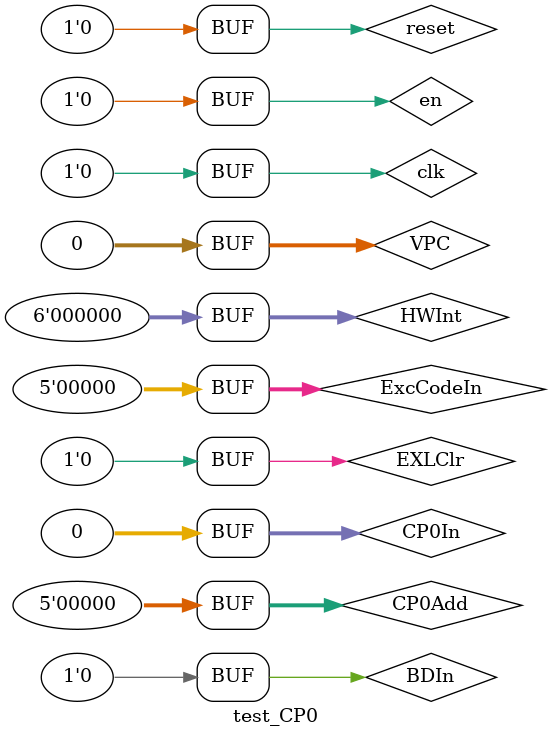
<source format=v>
`timescale 1ns / 1ps


module test_CP0;

	// Inputs
	reg clk;
	reg reset;
	reg en;
	reg [4:0] CP0Add;
	reg [31:0] CP0In;
	reg [31:0] VPC;
	reg BDIn;
	reg [5:0] HWInt;
	reg EXLClr;
	reg [4:0] ExcCodeIn;

	// Outputs
	wire [31:0] CP0Out;
	wire [31:0] EPCOut;
	wire Req;
	wire ResponseInt;

	// Instantiate the Unit Under Test (UUT)
	CP0 uut (
		.clk(clk), 
		.reset(reset), 
		.en(en), 
		.CP0Add(CP0Add), 
		.CP0In(CP0In), 
		.CP0Out(CP0Out), 
		.VPC(VPC), 
		.BDIn(BDIn), 
		.HWInt(HWInt), 
		.EXLClr(EXLClr), 
		.ExcCodeIn(ExcCodeIn), 
		.EPCOut(EPCOut), 
		.Req(Req), 
		.ResponseInt(ResponseInt)
	);

	initial begin
		// Initialize Inputs
		clk = 0;
		reset = 0;
		en = 0;
		CP0Add = 0;
		CP0In = 0;
		VPC = 0;
		BDIn = 0;
		HWInt = 0;
		EXLClr = 0;
		ExcCodeIn = 0;

		// Wait 100 ns for global reset to finish
		#100;
        
		// Add stimulus here

	end
      
endmodule


</source>
